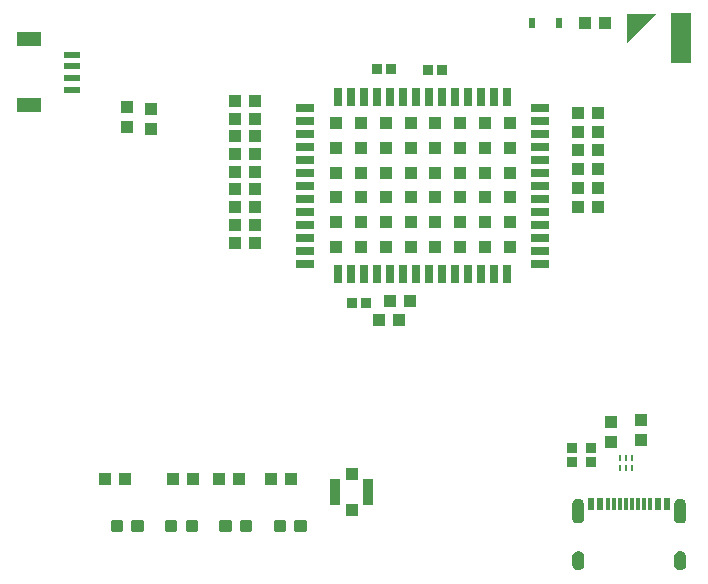
<source format=gtp>
G04 EAGLE Gerber RS-274X export*
G75*
%MOMM*%
%FSLAX34Y34*%
%LPD*%
%INSolderpaste Top*%
%IPPOS*%
%AMOC8*
5,1,8,0,0,1.08239X$1,22.5*%
G01*
%ADD10R,1.000000X1.100000*%
%ADD11R,0.850000X2.200000*%
%ADD12R,1.000000X1.050000*%
%ADD13R,0.630000X0.830000*%
%ADD14R,1.100000X1.000000*%
%ADD15C,0.300000*%
%ADD16R,1.700000X4.200000*%
%ADD17R,0.800000X1.500000*%
%ADD18R,1.500000X0.800000*%
%ADD19R,1.100000X1.100000*%
%ADD20R,0.850000X0.900000*%
%ADD21R,0.250000X0.610000*%
%ADD22R,0.250000X0.560000*%
%ADD23R,0.300000X1.000000*%
%ADD24R,0.600000X1.000000*%
%ADD25R,0.900000X0.850000*%
%ADD26R,2.000000X1.200000*%
%ADD27R,1.350000X0.600000*%

G36*
X523536Y449417D02*
X523536Y449417D01*
X523563Y449413D01*
X523604Y449431D01*
X523646Y449440D01*
X523682Y449466D01*
X523691Y449470D01*
X523695Y449475D01*
X523706Y449484D01*
X547706Y473484D01*
X547727Y473522D01*
X547756Y473555D01*
X547760Y473582D01*
X547773Y473606D01*
X547770Y473650D01*
X547777Y473693D01*
X547766Y473719D01*
X547764Y473746D01*
X547738Y473781D01*
X547720Y473821D01*
X547697Y473836D01*
X547681Y473858D01*
X547640Y473874D01*
X547604Y473898D01*
X547560Y473905D01*
X547551Y473908D01*
X547544Y473907D01*
X547530Y473909D01*
X523530Y473909D01*
X523514Y473904D01*
X523497Y473907D01*
X523447Y473885D01*
X523396Y473870D01*
X523385Y473857D01*
X523369Y473850D01*
X523339Y473805D01*
X523304Y473765D01*
X523301Y473748D01*
X523292Y473734D01*
X523281Y473660D01*
X523281Y449660D01*
X523293Y449618D01*
X523296Y449574D01*
X523312Y449552D01*
X523320Y449526D01*
X523353Y449497D01*
X523379Y449462D01*
X523405Y449452D01*
X523425Y449434D01*
X523469Y449427D01*
X523509Y449412D01*
X523536Y449417D01*
G37*
G36*
X568000Y42241D02*
X568000Y42241D01*
X568001Y42241D01*
X569069Y42260D01*
X569076Y42265D01*
X569080Y42261D01*
X570117Y42517D01*
X570122Y42524D01*
X570128Y42521D01*
X571082Y43002D01*
X571086Y43009D01*
X571091Y43008D01*
X571915Y43689D01*
X571916Y43697D01*
X571922Y43697D01*
X572573Y44544D01*
X572573Y44552D01*
X572579Y44553D01*
X573026Y45524D01*
X573024Y45532D01*
X573029Y45534D01*
X573248Y46580D01*
X573245Y46587D01*
X573249Y46590D01*
X573249Y58590D01*
X573246Y58595D01*
X573249Y58598D01*
X573069Y59693D01*
X573063Y59699D01*
X573066Y59704D01*
X572647Y60732D01*
X572640Y60736D01*
X572642Y60741D01*
X572005Y61650D01*
X571997Y61653D01*
X571997Y61658D01*
X571174Y62402D01*
X571166Y62403D01*
X571165Y62409D01*
X570197Y62951D01*
X570188Y62950D01*
X570186Y62956D01*
X569122Y63269D01*
X569117Y63267D01*
X569113Y63267D01*
X569111Y63271D01*
X568003Y63339D01*
X567997Y63335D01*
X567993Y63339D01*
X566885Y63169D01*
X566879Y63163D01*
X566874Y63166D01*
X565832Y62754D01*
X565828Y62747D01*
X565823Y62749D01*
X564898Y62115D01*
X564896Y62107D01*
X564890Y62108D01*
X564130Y61285D01*
X564129Y61276D01*
X564123Y61276D01*
X563566Y60304D01*
X563567Y60296D01*
X563561Y60294D01*
X563234Y59222D01*
X563237Y59214D01*
X563232Y59211D01*
X563151Y58094D01*
X563152Y58091D01*
X563151Y58090D01*
X563151Y46090D01*
X563156Y46083D01*
X563152Y46079D01*
X563371Y45135D01*
X563377Y45129D01*
X563375Y45124D01*
X563799Y44252D01*
X563806Y44249D01*
X563804Y44243D01*
X564411Y43487D01*
X564419Y43485D01*
X564419Y43479D01*
X565179Y42878D01*
X565188Y42878D01*
X565189Y42872D01*
X566064Y42454D01*
X566072Y42456D01*
X566074Y42451D01*
X567020Y42239D01*
X567027Y42242D01*
X567031Y42237D01*
X568000Y42241D01*
G37*
G36*
X482581Y42250D02*
X482581Y42250D01*
X482588Y42255D01*
X482592Y42251D01*
X483644Y42501D01*
X483649Y42507D01*
X483654Y42504D01*
X484624Y42981D01*
X484627Y42989D01*
X484633Y42987D01*
X485472Y43668D01*
X485474Y43676D01*
X485480Y43676D01*
X486146Y44527D01*
X486147Y44535D01*
X486152Y44536D01*
X486613Y45513D01*
X486611Y45521D01*
X486617Y45524D01*
X486848Y46579D01*
X486845Y46587D01*
X486849Y46590D01*
X486849Y58590D01*
X486845Y58595D01*
X486849Y58598D01*
X486656Y59704D01*
X486650Y59709D01*
X486653Y59714D01*
X486220Y60749D01*
X486213Y60753D01*
X486215Y60758D01*
X485562Y61671D01*
X485554Y61673D01*
X485555Y61679D01*
X484716Y62423D01*
X484707Y62424D01*
X484707Y62429D01*
X483723Y62968D01*
X483715Y62967D01*
X483713Y62972D01*
X482634Y63279D01*
X482626Y63276D01*
X482623Y63281D01*
X481503Y63339D01*
X481498Y63336D01*
X481495Y63339D01*
X480449Y63221D01*
X480443Y63215D01*
X480438Y63219D01*
X479444Y62871D01*
X479440Y62864D01*
X479435Y62866D01*
X478543Y62306D01*
X478541Y62299D01*
X478535Y62299D01*
X477791Y61555D01*
X477789Y61547D01*
X477784Y61547D01*
X477224Y60655D01*
X477224Y60647D01*
X477219Y60646D01*
X476871Y59652D01*
X476874Y59644D01*
X476869Y59641D01*
X476751Y58596D01*
X476753Y58592D01*
X476751Y58590D01*
X476751Y46590D01*
X476754Y46585D01*
X476751Y46582D01*
X476909Y45586D01*
X476915Y45580D01*
X476912Y45575D01*
X477287Y44639D01*
X477294Y44635D01*
X477292Y44629D01*
X477866Y43800D01*
X477874Y43797D01*
X477873Y43792D01*
X478617Y43111D01*
X478626Y43110D01*
X478626Y43104D01*
X479503Y42606D01*
X479512Y42607D01*
X479514Y42602D01*
X480479Y42311D01*
X480487Y42314D01*
X480490Y42309D01*
X481497Y42241D01*
X481499Y42242D01*
X481500Y42241D01*
X482581Y42250D01*
G37*
G36*
X568504Y2745D02*
X568504Y2745D01*
X568507Y2741D01*
X569583Y2896D01*
X569588Y2902D01*
X569593Y2899D01*
X570607Y3289D01*
X570611Y3296D01*
X570617Y3295D01*
X571519Y3901D01*
X571521Y3909D01*
X571527Y3908D01*
X572271Y4700D01*
X572272Y4708D01*
X572278Y4708D01*
X572827Y5646D01*
X572826Y5654D01*
X572832Y5656D01*
X573159Y6692D01*
X573156Y6700D01*
X573161Y6703D01*
X573249Y7786D01*
X573247Y7789D01*
X573249Y7790D01*
X573249Y13790D01*
X573246Y13794D01*
X573249Y13796D01*
X573099Y14929D01*
X573093Y14935D01*
X573096Y14940D01*
X572698Y16010D01*
X572691Y16014D01*
X572693Y16020D01*
X572066Y16975D01*
X572058Y16978D01*
X572059Y16983D01*
X571236Y17775D01*
X571228Y17776D01*
X571227Y17782D01*
X570248Y18371D01*
X570240Y18370D01*
X570238Y18375D01*
X569153Y18731D01*
X569145Y18729D01*
X569142Y18733D01*
X568005Y18839D01*
X567996Y18834D01*
X567991Y18838D01*
X566854Y18631D01*
X566848Y18625D01*
X566843Y18628D01*
X565781Y18173D01*
X565777Y18166D01*
X565771Y18168D01*
X564836Y17488D01*
X564834Y17480D01*
X564828Y17481D01*
X564068Y16610D01*
X564068Y16602D01*
X564062Y16601D01*
X563515Y15582D01*
X563516Y15574D01*
X563511Y15572D01*
X563507Y15559D01*
X563494Y15510D01*
X563493Y15510D01*
X563494Y15510D01*
X563480Y15461D01*
X563466Y15411D01*
X563453Y15362D01*
X563439Y15313D01*
X563426Y15264D01*
X563412Y15214D01*
X563399Y15165D01*
X563385Y15116D01*
X563371Y15067D01*
X563358Y15017D01*
X563344Y14968D01*
X563331Y14919D01*
X563317Y14870D01*
X563304Y14820D01*
X563290Y14771D01*
X563277Y14722D01*
X563276Y14722D01*
X563263Y14673D01*
X563249Y14623D01*
X563204Y14458D01*
X563207Y14450D01*
X563202Y14447D01*
X563151Y13292D01*
X563152Y13291D01*
X563151Y13290D01*
X563151Y7290D01*
X563155Y7284D01*
X563152Y7281D01*
X563364Y6200D01*
X563370Y6195D01*
X563367Y6190D01*
X563814Y5184D01*
X563821Y5180D01*
X563819Y5174D01*
X564479Y4293D01*
X564487Y4290D01*
X564487Y4285D01*
X565326Y3572D01*
X565334Y3572D01*
X565335Y3566D01*
X566312Y3058D01*
X566320Y3059D01*
X566322Y3054D01*
X567387Y2776D01*
X567395Y2779D01*
X567398Y2775D01*
X568499Y2741D01*
X568504Y2745D01*
G37*
G36*
X482002Y2745D02*
X482002Y2745D01*
X482007Y2741D01*
X483094Y2886D01*
X483100Y2892D01*
X483105Y2889D01*
X484133Y3273D01*
X484138Y3279D01*
X484143Y3278D01*
X485060Y3880D01*
X485063Y3888D01*
X485069Y3887D01*
X485829Y4679D01*
X485830Y4687D01*
X485836Y4688D01*
X486400Y5629D01*
X486400Y5632D01*
X486401Y5633D01*
X486400Y5635D01*
X486399Y5637D01*
X486405Y5639D01*
X486746Y6682D01*
X486744Y6690D01*
X486748Y6693D01*
X486849Y7786D01*
X486847Y7788D01*
X486849Y7790D01*
X486849Y13790D01*
X486847Y13793D01*
X486849Y13795D01*
X486748Y14887D01*
X486743Y14893D01*
X486746Y14898D01*
X486405Y15941D01*
X486398Y15946D01*
X486400Y15951D01*
X485836Y16892D01*
X485828Y16895D01*
X485829Y16901D01*
X485069Y17693D01*
X485061Y17694D01*
X485060Y17700D01*
X484143Y18303D01*
X484135Y18302D01*
X484133Y18308D01*
X483105Y18691D01*
X483097Y18689D01*
X483094Y18694D01*
X482007Y18839D01*
X481999Y18835D01*
X481995Y18839D01*
X480858Y18733D01*
X480852Y18728D01*
X480847Y18731D01*
X479762Y18375D01*
X479757Y18368D01*
X479752Y18371D01*
X478773Y17782D01*
X478770Y17774D01*
X478764Y17775D01*
X477941Y16983D01*
X477940Y16975D01*
X477934Y16975D01*
X477307Y16020D01*
X477308Y16012D01*
X477302Y16010D01*
X476904Y14940D01*
X476906Y14932D01*
X476901Y14929D01*
X476751Y13796D01*
X476754Y13792D01*
X476751Y13790D01*
X476751Y7790D01*
X476754Y7786D01*
X476751Y7784D01*
X476901Y6651D01*
X476907Y6645D01*
X476904Y6640D01*
X477302Y5570D01*
X477309Y5566D01*
X477307Y5560D01*
X477934Y4605D01*
X477942Y4602D01*
X477941Y4597D01*
X478764Y3805D01*
X478772Y3804D01*
X478773Y3798D01*
X479752Y3209D01*
X479760Y3210D01*
X479762Y3205D01*
X480847Y2849D01*
X480855Y2852D01*
X480858Y2847D01*
X481995Y2741D01*
X482002Y2745D01*
G37*
D10*
X120030Y376076D03*
X120030Y393076D03*
X99662Y377854D03*
X99662Y394854D03*
D11*
X276250Y69128D03*
X303750Y69128D03*
D12*
X290000Y84378D03*
X290000Y53878D03*
D13*
X465726Y466312D03*
X442726Y466312D03*
D14*
X504686Y465680D03*
X487686Y465680D03*
D15*
X94730Y43500D02*
X94730Y36500D01*
X87730Y36500D01*
X87730Y43500D01*
X94730Y43500D01*
X94730Y39350D02*
X87730Y39350D01*
X87730Y42200D02*
X94730Y42200D01*
X112270Y43500D02*
X112270Y36500D01*
X105270Y36500D01*
X105270Y43500D01*
X112270Y43500D01*
X112270Y39350D02*
X105270Y39350D01*
X105270Y42200D02*
X112270Y42200D01*
D14*
X98500Y80000D03*
X81500Y80000D03*
D16*
X568830Y452860D03*
D17*
X278880Y253800D03*
X289880Y253800D03*
X300880Y253800D03*
X311880Y253800D03*
X322880Y253800D03*
X333880Y253800D03*
X344880Y253800D03*
X355880Y253800D03*
X366880Y253800D03*
X377880Y253800D03*
X388880Y253800D03*
X399880Y253800D03*
X410880Y253800D03*
X421880Y253800D03*
X278880Y403300D03*
X289880Y403300D03*
X300880Y403300D03*
X311880Y403300D03*
X322880Y403300D03*
X333880Y403300D03*
X344880Y403300D03*
X355880Y403300D03*
X366880Y403300D03*
X377880Y403300D03*
X388880Y403300D03*
X399880Y403300D03*
X410880Y403300D03*
X421880Y403300D03*
D18*
X449880Y262300D03*
X449880Y273300D03*
X449880Y284300D03*
X449880Y295300D03*
X449880Y306300D03*
X449880Y317300D03*
X449880Y328300D03*
X449880Y339300D03*
X449880Y350300D03*
X449880Y361300D03*
X449880Y372300D03*
X449880Y383300D03*
X449880Y394300D03*
X250880Y394300D03*
X250880Y383300D03*
X250880Y372300D03*
X250880Y361300D03*
X250880Y350300D03*
X250880Y339300D03*
X250880Y328300D03*
X250880Y317300D03*
X250880Y306300D03*
X250880Y295300D03*
X250880Y284300D03*
X250880Y273300D03*
X250880Y262300D03*
D19*
X276880Y276300D03*
X297880Y276300D03*
X318880Y276300D03*
X339880Y276300D03*
X360880Y276300D03*
X381880Y276300D03*
X402880Y276300D03*
X423880Y276300D03*
X423880Y297300D03*
X402880Y297300D03*
X381880Y297300D03*
X360880Y297300D03*
X339880Y297300D03*
X318880Y297300D03*
X297880Y297300D03*
X276880Y297300D03*
X276880Y318300D03*
X297880Y318300D03*
X318880Y318300D03*
X339880Y318300D03*
X360880Y318300D03*
X381880Y318300D03*
X402880Y318300D03*
X423880Y318300D03*
X423880Y339300D03*
X402880Y339300D03*
X381880Y339300D03*
X360880Y339300D03*
X339880Y339300D03*
X318880Y339300D03*
X297880Y339300D03*
X276880Y339300D03*
X276880Y360300D03*
X297880Y360300D03*
X318880Y360300D03*
X339880Y360300D03*
X360880Y360300D03*
X381880Y360300D03*
X402880Y360300D03*
X423880Y360300D03*
X423880Y381300D03*
X402880Y381300D03*
X381880Y381300D03*
X360880Y381300D03*
X339880Y381300D03*
X318880Y381300D03*
X297880Y381300D03*
X276880Y381300D03*
D14*
X312960Y214386D03*
X329960Y214386D03*
D20*
X354908Y426348D03*
X366508Y426348D03*
D21*
X517432Y89006D03*
D22*
X522432Y88756D03*
X527432Y88756D03*
X527432Y97356D03*
X522432Y97356D03*
X517432Y97356D03*
D20*
X323036Y426754D03*
X311436Y426754D03*
D14*
X138500Y80000D03*
X155500Y80000D03*
X194500Y80000D03*
X177500Y80000D03*
D15*
X151270Y43500D02*
X151270Y36500D01*
X151270Y43500D02*
X158270Y43500D01*
X158270Y36500D01*
X151270Y36500D01*
X151270Y39350D02*
X158270Y39350D01*
X158270Y42200D02*
X151270Y42200D01*
X133730Y43500D02*
X133730Y36500D01*
X133730Y43500D02*
X140730Y43500D01*
X140730Y36500D01*
X133730Y36500D01*
X133730Y39350D02*
X140730Y39350D01*
X140730Y42200D02*
X133730Y42200D01*
X186730Y43500D02*
X186730Y36500D01*
X179730Y36500D01*
X179730Y43500D01*
X186730Y43500D01*
X186730Y39350D02*
X179730Y39350D01*
X179730Y42200D02*
X186730Y42200D01*
X204270Y43500D02*
X204270Y36500D01*
X197270Y36500D01*
X197270Y43500D01*
X204270Y43500D01*
X204270Y39350D02*
X197270Y39350D01*
X197270Y42200D02*
X204270Y42200D01*
D14*
X322796Y230702D03*
X339796Y230702D03*
D23*
X532500Y58390D03*
X527500Y58390D03*
D24*
X557250Y58390D03*
X549500Y58390D03*
D23*
X542500Y58390D03*
X537500Y58390D03*
X517500Y58390D03*
X522500Y58390D03*
D24*
X492750Y58390D03*
X500500Y58390D03*
D23*
X507500Y58390D03*
X512500Y58390D03*
D25*
X476950Y105800D03*
X476950Y94200D03*
X492336Y105800D03*
X492336Y94200D03*
D26*
X16590Y452180D03*
X16590Y396180D03*
D27*
X53340Y439180D03*
X53340Y429180D03*
X53340Y419180D03*
X53340Y409180D03*
D10*
X535360Y112770D03*
X535360Y129770D03*
X509680Y111500D03*
X509680Y128500D03*
D14*
X238500Y80000D03*
X221500Y80000D03*
D15*
X232730Y43500D02*
X232730Y36500D01*
X225730Y36500D01*
X225730Y43500D01*
X232730Y43500D01*
X232730Y39350D02*
X225730Y39350D01*
X225730Y42200D02*
X232730Y42200D01*
X250270Y43500D02*
X250270Y36500D01*
X243270Y36500D01*
X243270Y43500D01*
X250270Y43500D01*
X250270Y39350D02*
X243270Y39350D01*
X243270Y42200D02*
X250270Y42200D01*
D20*
X290200Y229000D03*
X301800Y229000D03*
D14*
X208500Y325000D03*
X191500Y325000D03*
X208500Y295000D03*
X191500Y295000D03*
X208500Y370000D03*
X191500Y370000D03*
X208500Y355000D03*
X191500Y355000D03*
X208500Y340000D03*
X191500Y340000D03*
X208500Y400000D03*
X191500Y400000D03*
X208500Y385000D03*
X191500Y385000D03*
X481500Y310000D03*
X498500Y310000D03*
X481500Y326000D03*
X498500Y326000D03*
X208500Y280000D03*
X191500Y280000D03*
X208500Y310000D03*
X191500Y310000D03*
X481500Y390000D03*
X498500Y390000D03*
X481500Y374000D03*
X498500Y374000D03*
X498500Y342000D03*
X481500Y342000D03*
X498500Y358000D03*
X481500Y358000D03*
M02*

</source>
